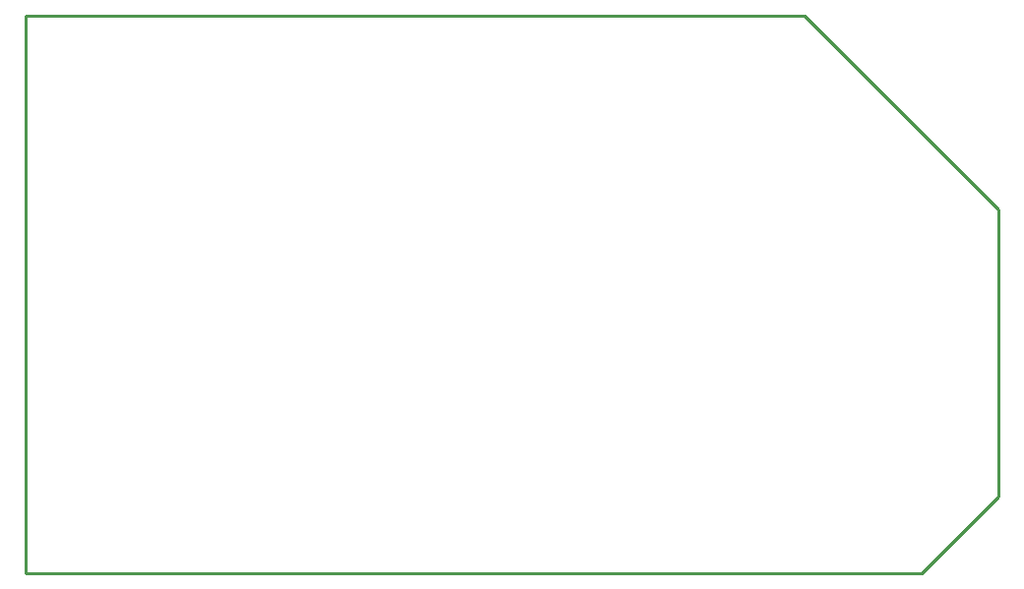
<source format=gko>
G04 Layer: BoardOutline*
G04 EasyEDA v6.2.46, 2019-10-20T21:32:37+02:00*
G04 1b03a97609cc40e3b605099c23bcd23e,75269f13ecf445cbab963e2f909655d1,10*
G04 Gerber Generator version 0.2*
G04 Scale: 100 percent, Rotated: No, Reflected: No *
G04 Dimensions in inches *
G04 leading zeros omitted , absolute positions ,2 integer and 4 decimal *
%FSLAX24Y24*%
%MOIN*%
G90*
G70D02*

%ADD10C,0.010000*%
G54D10*
G01X0Y18911D02*
G01X26350Y18911D01*
G01X32925Y12338D01*
G01X32925Y2600D01*
G01X30325Y0D01*
G01X0Y0D01*
G01X0Y18911D01*

%LPD*%
M00*
M02*

</source>
